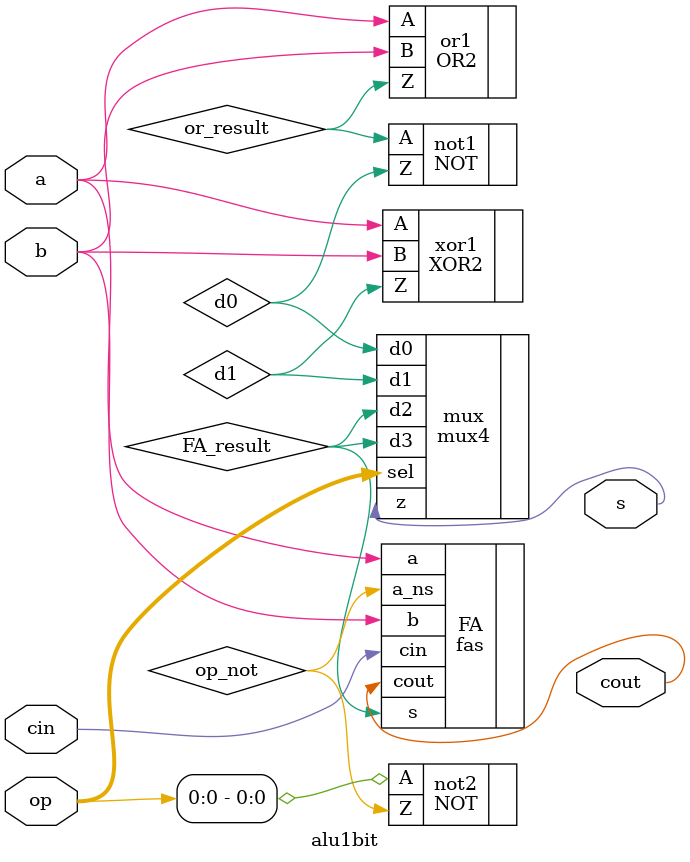
<source format=sv>
module alu1bit (
    input logic a,           // Input bit a
    input logic b,           // Input bit b
    input logic cin,         // Carry in
    input logic [1:0] op,    // Operation
    output logic s,          // Output S
    output logic cout        // Carry out
);

logic or_result,d0,d1,d2,d3,op_not;
logic FA_result;

NOT #(
	.Tpdlh(10),
	.Tpdhl(6)
	) not2(
	.A(op[0]),
	.Z(op_not)
	);
	
fas FA(
	.a(a),
	.b(b),
	.cin(cin),
	.a_ns(op_not),
	.s(FA_result),
	.cout(cout)
	);

OR2 #(
	.Tpdlh(9),
	.Tpdhl(5)
) or1(
	.A(a),
	.B(b),
	.Z(or_result)
	);
	
NOT #(
	.Tpdlh(10),
	.Tpdhl(6)
	) not1(
	.A(or_result),
	.Z(d0)
	);

XOR2 #(
	.Tpdlh(10),
	.Tpdhl(1)
)  xor1(
	.A(a),
	.B(b),
	.Z(d1)
	);
	
mux4 mux(
	.d0(d0),
	.d1(d1),
	.d2(FA_result),
	.d3(FA_result),
	.sel(op),
	.z(s)
	);

endmodule

</source>
